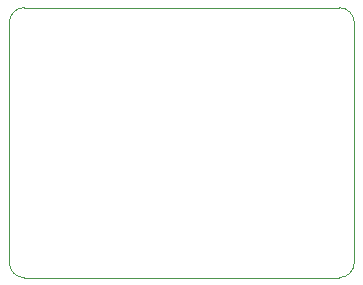
<source format=gm1>
%TF.GenerationSoftware,KiCad,Pcbnew,(5.1.10-1-10_14)*%
%TF.CreationDate,2021-10-20T08:18:25-04:00*%
%TF.ProjectId,traffic-light,74726166-6669-4632-9d6c-696768742e6b,rev?*%
%TF.SameCoordinates,Original*%
%TF.FileFunction,Profile,NP*%
%FSLAX46Y46*%
G04 Gerber Fmt 4.6, Leading zero omitted, Abs format (unit mm)*
G04 Created by KiCad (PCBNEW (5.1.10-1-10_14)) date 2021-10-20 08:18:25*
%MOMM*%
%LPD*%
G01*
G04 APERTURE LIST*
%TA.AperFunction,Profile*%
%ADD10C,0.100000*%
%TD*%
G04 APERTURE END LIST*
D10*
X139700000Y-97790000D02*
G75*
G02*
X138430000Y-99060000I-1270000J0D01*
G01*
X138430000Y-76200000D02*
G75*
G02*
X139700000Y-77470000I0J-1270000D01*
G01*
X111760000Y-99060000D02*
G75*
G02*
X110490000Y-97790000I0J1270000D01*
G01*
X110490000Y-77470000D02*
G75*
G02*
X111760000Y-76200000I1270000J0D01*
G01*
X138430000Y-99060000D02*
X111760000Y-99060000D01*
X139700000Y-77470000D02*
X139700000Y-97790000D01*
X111760000Y-76200000D02*
X138430000Y-76200000D01*
X110490000Y-77470000D02*
X110490000Y-97790000D01*
M02*

</source>
